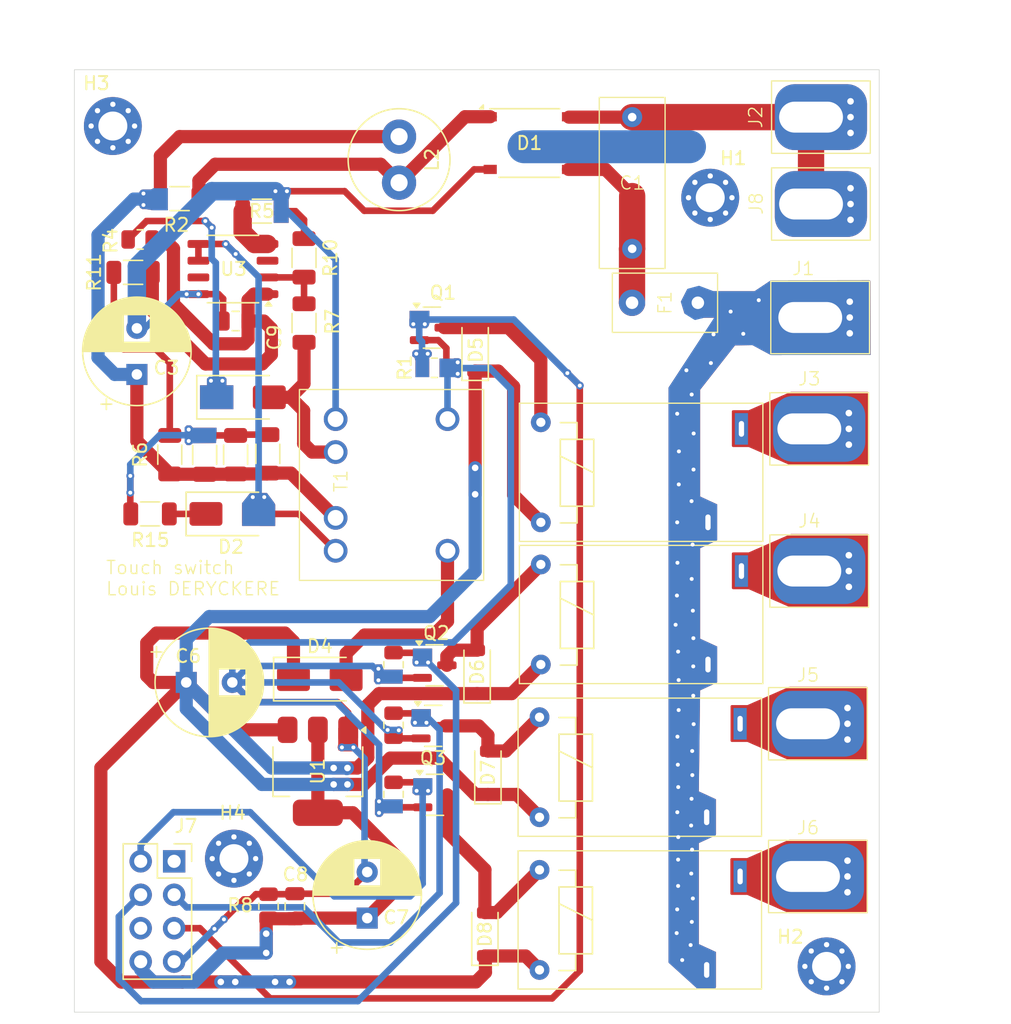
<source format=kicad_pcb>
(kicad_pcb (version 20240108) (generator "pcbnew") (generator_version "8.0")
  (layers (0 "F.Cu" signal) (31 "B.Cu" signal) (34 "B.Paste" user) (35 "F.Paste" user) (36 "B.SilkS" user "B.Silkscreen") (37 "F.SilkS" user "F.Silkscreen") (38 "B.Mask" user) (39 "F.Mask" user) (44 "Edge.Cuts" user))
  (net 0 "")
  (net 1 "GND")
  (net 2 "N")
  (net 3 "Net-(C1-Pad1)")
  (net 4 "VCC_IC")
  (net 5 "Net-(D1-+)")
  (net 6 "Net-(D2-K)")
  (net 7 "C")
  (net 8 "Net-(D3-K)")
  (net 9 "Vaux")
  (net 10 "Net-(D4-A)")
  (net 11 "+5VDC")
  (net 12 "Net-(D5-A)")
  (net 13 "Net-(D6-A)")
  (net 14 "Net-(D7-A)")
  (net 15 "Net-(D8-A)")
  (net 16 "L")
  (net 18 "CT1")
  (net 19 "CT3")
  (net 20 "+3.3V")
  (net 21 "CT4")
  (net 23 "CT2")
  (net 24 "GND2")
  (net 25 "Net-(J3-Pin_1)")
  (net 26 "Net-(J4-Pin_1)")
  (net 27 "Net-(J5-Pin_1)")
  (net 28 "Net-(J6-Pin_1)")
  (net 29 "+310VDC")
  (net 30 "Net-(C4-Pad2)")
  (net 31 "Net-(R11-Pad1)")
  (net 32 "Net-(U3-CS)")
  (net 33 "Net-(U3-FB)")
  (footprint "Resistor_SMD:R_0805_2012Metric" (layer "F.Cu") (at 106.25 46.902651 180)
    (property "Reference" "R4")
    (property "Value" "100")
  )
  (footprint "Diode_SMD:D_SOD-123" (layer "F.Cu") (at 132.67 87.41 90)
    (property "Reference" "D7")
    (property "Value" "D")
  )
  (footprint "Capacitor_SMD:C_0805_2012Metric" (layer "F.Cu") (at 118 97.55 -90)
    (property "Reference" "C8")
    (property "Value" "0,1u/10V")
  )
  (footprint "Resistor_SMD:R_1206_3216Metric" (layer "F.Cu") (at 107 67.75)
    (property "Reference" "R15")
    (property "Value" "100")
  )
  (footprint "Touch_Switch_Custom:AC_pad" (layer "F.Cu") (at 157.22 37.61 90)
    (property "Reference" "J2")
    (property "Value" "Conn_01x01_Pin")
  )
  (footprint "Resistor_SMD:R_0805_2012Metric" (layer "F.Cu") (at 125.5 83.8 90)
    (property "Reference" "R13" (hide yes))
    (property "Value" "10k")
  )
  (footprint "MountingHole:MountingHole_2.2mm_M2_Pad_Via" (layer "F.Cu") (at 149.56 43.73)
    (property "Reference" "H1")
    (property "Value" "MountingHole")
  )
  (footprint "Diode_SMD:D_SOD-123" (layer "F.Cu") (at 131.7 55.25 90)
    (property "Reference" "D5")
    (property "Value" "D")
  )
  (footprint "Resistor_SMD:R_0805_2012Metric" (layer "F.Cu") (at 125.5 89.05 90)
    (property "Reference" "R14" (hide yes))
    (property "Value" "10k")
  )
  (footprint "Capacitor_THT:CP_Radial_D8.0mm_P3.50mm" (layer "F.Cu") (at 106 57.152651 90)
    (property "Reference" "C3")
    (property "Value" "2,2u/400V")
  )
  (footprint "Package_SO:SOP-8_3.9x4.9mm_P1.27mm" (layer "F.Cu") (at 113.3 49.15 180)
    (property "Reference" "U3")
    (property "Value" "~")
  )
  (footprint "Touch_Switch_Custom:relay" (layer "F.Cu") (at 136.69 79.19)
    (property "Reference" "K2" (hide yes))
    (property "Value" "Relay_SPST-NO" (hide yes))
  )
  (footprint "Touch_Switch_Custom:MKP-X2-100NR10" (layer "F.Cu") (at 143.63 47.61 90)
    (property "Reference" "C1")
    (property "Value" "0,1u/400V")
  )
  (footprint "Diode_SMD:D_SMA" (layer "F.Cu") (at 113.25 67.75)
    (property "Reference" "D2")
    (property "Value" "D")
  )
  (footprint "Resistor_SMD:R_1206_3216Metric" (layer "F.Cu") (at 115.95 63.1875 90)
    (property "Reference" "R9" (hide yes))
    (property "Value" "430k")
  )
  (footprint "Touch_Switch_Custom:Fuse" (layer "F.Cu") (at 146.12 51.71 180)
    (property "Reference" "F1")
    (property "Value" "68")
  )
  (footprint "Diode_SMD:D_SMA" (layer "F.Cu") (at 114.06 58.89)
    (property "Reference" "D3" (hide yes))
    (property "Value" "D")
  )
  (footprint "Diode_SMD:D_SOD-123" (layer "F.Cu") (at 132.44 99.68 90)
    (property "Reference" "D8")
    (property "Value" "D")
  )
  (footprint "Package_TO_SOT_SMD:SOT-23" (layer "F.Cu") (at 128.5125 83.85)
    (property "Reference" "Q3")
    (property "Value" "MMBT3904")
  )
  (footprint "Connector_PinSocket_2.54mm:PinSocket_2x04_P2.54mm_Vertical" (layer "F.Cu") (at 108.829395 94.14005)
    (property "Reference" "J7")
    (property "Value" "Conn_02x04_Counter_Clockwise")
  )
  (footprint "Resistor_SMD:R_1206_3216Metric" (layer "F.Cu") (at 113.5 63.25 90)
    (property "Reference" "R3" (hide yes))
    (property "Value" "430k")
  )
  (footprint "Resistor_SMD:R_0805_2012Metric" (layer "F.Cu") (at 125.5 79.2 90)
    (property "Reference" "R12" (hide yes))
    (property "Value" "10k")
  )
  (footprint "Touch_Switch_Custom:relay" (layer "F.Cu") (at 136.59 90.79)
    (property "Reference" "K3" (hide yes))
    (property "Value" "Relay_SPST-NO" (hide yes))
  )
  (footprint "Inductor_THT:L_Radial_D7.5mm_P3.50mm_Fastron_07P" (layer "F.Cu") (at 125.92 42.59 90)
    (property "Reference" "L2")
    (property "Value" "3m")
  )
  (footprint "Touch_Switch_Custom:AC_pad" (layer "F.Cu") (at 157.22 44.21 90)
    (property "Reference" "J8")
    (property "Value" "Conn_01x01_Pin")
  )
  (footprint "Package_TO_SOT_SMD:SOT-23" (layer "F.Cu") (at 128.6125 79.25)
    (property "Reference" "Q2")
    (property "Value" "MMBT3904")
  )
  (footprint "Resistor_SMD:R_1206_3216Metric" (layer "F.Cu") (at 118.7 53.25 90)
    (property "Reference" "R7")
    (property "Value" "24k")
  )
  (footprint "MountingHole:MountingHole_2.2mm_M2_Pad_Via" (layer "F.Cu") (at 104.175 38.285)
    (property "Reference" "H3")
    (property "Value" "MountingHole")
  )
  (footprint "Package_TO_SOT_SMD:SOT-23" (layer "F.Cu") (at 128.65 89.0875)
    (property "Reference" "Q4" (hide yes))
    (property "Value" "MMBT3904")
  )
  (footprint "Touch_Switch_Custom:AC_pad" (layer "F.Cu") (at 156.99 83.69 90)
    (property "Reference" "J5")
    (property "Value" "Conn_01x01_Pin")
  )
  (footprint "Resistor_SMD:R_1206_3216Metric" (layer "F.Cu") (at 105.7125 49.402651)
    (property "Reference" "R11")
    (property "Value" "2M")
  )
  (footprint "Package_TO_SOT_SMD:SOT-223-3_TabPin2" (layer "F.Cu") (at 119.75 87.3 -90)
    (property "Reference" "U1")
    (property "Value" "SCJT1117B-3.3-A")
  )
  (footprint "Resistor_SMD:R_1206_3216Metric" (layer "F.Cu") (at 108.5 63.25 90)
    (property "Reference" "R6")
    (property "Value" "2M")
  )
  (footprint "Resistor_SMD:R_0805_2012Metric" (layer "F.Cu") (at 128.6 56.65 180)
    (property "Reference" "R1")
    (property "Value" "10k")
  )
  (footprint "Package_TO_SOT_SMD:SOT-23" (layer "F.Cu") (at 128.4125 53.6)
    (property "Reference" "Q1")
    (property "Value" "MMBT3904")
  )
  (footprint "Capacitor_THT:CP_Radial_D8.0mm_P3.50mm" (layer "F.Cu") (at 123.5 98.452651 90)
    (property "Reference" "C7")
    (property "Value" "330u/10V")
  )
  (footprint "Resistor_SMD:R_1206_3216Metric" (layer "F.Cu") (at 118.7 48.3 -90)
    (property "Reference" "R10")
    (property "Value" "3,9k")
  )
  (footprint "Touch_Switch_Custom:relay" (layer "F.Cu") (at 136.69 68.39)
    (property "Reference" "K1" (hide yes))
    (property "Value" "Relay_SPST-NO" (hide yes))
  )
  (footprint "Touch_Switch_Custom:AC_pad" (layer "F.Cu") (at 157.09 61.29 90)
    (property "Reference" "J3")
    (property "Value" "Conn_01x01_Pin")
  )
  (footprint "Resistor_SMD:R_1206_3216Metric" (layer "F.Cu") (at 115.5 44.75 180)
    (property "Reference" "R5")
    (property "Value" "1,5")
  )
  (footprint "Resistor_SMD:R_0805_2012Metric" (layer "F.Cu") (at 116 97.55 -90)
    (property "Reference" "R8")
    (property "Value" "1k")
  )
  (footprint "MountingHole:MountingHole_2.2mm_M2_Pad_Via" (layer "F.Cu") (at 158.4 102.12)
    (property "Reference" "H2")
    (property "Value" "MountingHole")
  )
  (footprint "Capacitor_SMD:C_1206_3216Metric" (layer "F.Cu") (at 111.15 63.2625 90)
    (property "Reference" "C4" (hide yes))
    (property "Value" "100p/400V")
  )
  (footprint "Resistor_SMD:R_1206_3216Metric" (layer "F.Cu") (at 109.25 43.8 180)
    (property "Reference" "R2")
    (property "Value" "5,6k")
  )
  (footprint "MountingHole:MountingHole_2.2mm_M2_Pad_Via" (layer "F.Cu") (at 113.375 93.935)
    (property "Reference" "H4")
    (property "Value" "MountingHole")
  )
  (footprint "Touch_Switch_Custom:relay" (layer "F.Cu") (at 136.59 102.39)
    (property "Reference" "K4" (hide yes))
    (property "Value" "Relay_SPST-NO" (hide yes))
  )
  (footprint "Diode_SMD:D_SMA" (layer "F.Cu") (at 119.897349 80.3)
    (property "Reference" "D4")
    (property "Value" "D")
  )
  (footprint "Touch_Switch_Custom:AC_pad" (layer "F.Cu") (at 157.16 52.83 90)
    (property "Reference" "J1")
    (property "Value" "Conn_01x01_Pin")
  )
  (footprint "Touch_Switch_Custom:AC_pad" (layer "F.Cu") (at 156.99 95.29 90)
    (property "Reference" "J6")
    (property "Value" "Conn_01x01_Pin")
  )
  (footprint "Touch_Switch_Custom:Transformer_V2_1" (layer "F.Cu") (at 129.6 70.55 90)
    (property "Reference" "T1")
    (property "Value" "Transformer_1P_2S")
  )
  (footprint "Diode_SMD:D_SOD-123" (layer "F.Cu") (at 131.85 79.75 90)
    (property "Reference" "D6")
    (property "Value" "D")
  )
  (footprint "Diode_SMD:Diode_Bridge_Diotec_ABS" (layer "F.Cu") (at 135.82 39.58)
    (property "Reference" "D1")
    (property "Value" "D_Bridge_+-AA")
  )
  (footprint "Touch_Switch_Custom:AC_pad" (layer "F.Cu") (at 157.09 72.09 90)
    (property "Reference" "J4")
    (property "Value" "Conn_01x01_Pin")
  )
  (footprint "Capacitor_SMD:C_0805_2012Metric" (layer "F.Cu") (at 113.5 53.1 180)
    (property "Reference" "C9")
    (property "Value" "4,7u/25V")
  )
  (footprint "Capacitor_THT:CP_Radial_D8.0mm_P3.50mm" (layer "F.Cu") (at 109.75 80.55)
    (property "Reference" "C6")
    (property "Value" "470u/10V")
  )
  (gr_poly (pts (xy 126.975 77.985) (xy 128.425 77.985) (xy 128.425 79.135) (xy 128.35 79.26) (xy 128.25 79.335) (xy 127.125 79.335) (xy 127 79.235) (xy 126.95 79.11) (xy 126.95 78.785) (xy 126.975 78.66)) (stroke (width 0.01)) (fill solid) (layer "F.Cu") (net 23))
  (gr_poly (pts (xy 128.45 87.835) (xy 128.45 88.86) (xy 128.325 89.06) (xy 128.175 89.11) (xy 127.15 89.11) (xy 126.95 88.96) (xy 126.95 88.56) (xy 127 88.435) (xy 127 87.835)) (stroke (width 0.01)) (fill solid) (layer "F.Cu") (net 21))
  (gr_poly (pts (xy 122.8 84.01) (xy 122.8 85.51) (xy 122.65 85.735) (xy 122.55 85.785) (xy 121.5 85.785) (xy 121.325 85.71) (xy 121.25 85.485) (xy 121.3 85.26) (xy 121.3 84.01)) (stroke (width 0.01)) (fill solid) (layer "F.Cu") (net 24))
  (gr_poly (pts (xy 151.19 93.99) (xy 152.39 93.99) (xy 155.59 92.59) (xy 161.39 92.59) (xy 161.39 97.99) (xy 155.59 97.99) (xy 152.39 96.59) (xy 151.19 96.59)) (stroke (width 0.2)) (fill solid) (layer "F.Cu") (net 28))
  (gr_poly (pts (xy 108.35 44.685) (xy 107.275 44.685) (xy 106.6 44.585) (xy 106.4 44.585) (xy 106.25 44.485) (xy 106.2 44.36) (xy 106.2 43.285) (xy 106.3 43.16) (xy 106.425 43.11) (xy 107.075 43.11) (xy 107.275 43.01) (xy 108.35 43.01)) (stroke (width 0.01)) (fill solid) (layer "F.Cu") (net 29))
  (gr_poly (pts (xy 146.494707 58.186441) (xy 150.06 52.75) (xy 149.08 52.75) (xy 148.39 52.86) (xy 147.68 52.45) (xy 147.44 51.63) (xy 147.89 50.76) (xy 148.7 50.54) (xy 149.74 50.93) (xy 151.374707 50.929953) (xy 152.964707 50.929953) (xy 154.194707 50.109953) (xy 161.634707 50.099953) (xy 161.644707 55.569953) (xy 154.184707 55.579953) (xy 152.794707 54.829953) (xy 151.394707 54.849953) (xy 148.694707 58.289953) (xy 148.694707 66.489953) (xy 146.494707 66.289953)) (stroke (width 0.2)) (fill solid) (layer "F.Cu") (net 16))
  (gr_poly (pts (xy 128.225 52.335) (xy 128.225 53.26) (xy 128.15 53.485) (xy 128 53.635) (xy 126.875 53.635) (xy 126.725 53.485) (xy 126.7 53.36) (xy 126.7 52.985) (xy 126.725 52.885) (xy 126.725 52.335)) (stroke (width 0.01)) (fill solid) (layer "F.Cu") (net 18))
  (gr_poly (pts (xy 129 57.36) (xy 130.175 57.36) (xy 130.325 57.41) (xy 130.5 57.41) (xy 130.675 57.26) (xy 130.675 56.06) (xy 130.475 55.935) (xy 130.1 55.935) (xy 130.05 55.96) (xy 129 55.96)) (stroke (width 0.01)) (fill solid) (layer "F.Cu") (net 24))
  (gr_poly (pts (xy 113.325 59.785) (xy 113.325 57.985) (xy 112.8 57.985) (xy 112.8 57.485) (xy 112.675 57.36) (xy 112.575 57.335) (xy 111.5 57.335) (xy 111.35 57.46) (xy 111.325 57.585) (xy 111.325 57.985) (xy 110.8 57.985) (xy 110.8 59.785)) (stroke (width 0.01)) (fill solid) (layer "F.Cu") (net 8))
  (gr_poly (pts (xy 149.894707 92.089953) (xy 149.894707 89.489953) (xy 148.594707 88.889953) (xy 148.594707 92.689953)) (stroke (width 0.2)) (fill solid) (layer "F.Cu") (net 16))
  (gr_poly (pts (xy 124.025 79.41) (xy 124.175 79.185) (xy 124.6 79.185) (xy 124.75 79.585) (xy 126.2 79.585) (xy 126.175 80.635) (xy 124.55 80.635) (xy 124.425 80.685) (xy 124.175 80.685) (xy 124.05 80.51) (xy 124.025 80.485)) (stroke (width 0.01)) (fill solid) (layer "F.Cu") (net 24))
  (gr_poly (pts (xy 151.304426 70.771311) (xy 152.504426 70.771311) (xy 155.704426 69.371311) (xy 161.504426 69.371311) (xy 161.504426 74.771311) (xy 155.704426 74.771311) (xy 152.504426 73.371311) (xy 151.304426 73.371311)) (stroke (width 0.2)) (fill solid) (layer "F.Cu") (net 26))
  (gr_poly (pts (xy 128.325 83.485) (xy 128.3 83.71) (xy 128.2 83.86) (xy 128.075 83.91) (xy 126.975 83.91) (xy 126.85 83.76) (xy 126.8 83.56) (xy 126.875 83.235) (xy 126.875 82.585) (xy 128.325 82.585)) (stroke (width 0.01)) (fill solid) (layer "F.Cu") (net 19))
  (gr_poly (pts (xy 112.045 61.2134) (xy 112.0196 62.3564) (xy 110.2416 62.3818) (xy 110.0638 62.5088) (xy 109.7844 62.5088) (xy 109.632 62.3056) (xy 109.632 61.188) (xy 109.7844 61.0356) (xy 110.0892 61.0356) (xy 110.267 61.2134)) (stroke (width 0.01)) (fill solid) (layer "F.Cu") (net 30))
  (gr_poly (pts (xy 149.994707 80.489953) (xy 149.994707 77.889953) (xy 148.694707 77.289953) (xy 148.694707 81.089953)) (stroke (width 0.2)) (fill solid) (layer "F.Cu") (net 16))
  (gr_poly (pts (xy 116.5 68.66) (xy 116.5 68.385) (xy 116.5 67.035) (xy 116.45 66.935) (xy 115.8804 66.1664) (xy 114.6104 66.1664) (xy 114.0008 66.9284) (xy 114.0008 68.6556)) (stroke (width 0.01)) (fill solid) (layer "F.Cu") (net 7))
  (gr_poly (pts (xy 149.894707 103.689953) (xy 149.894707 101.089953) (xy 148.594707 100.489953) (xy 148.594707 103.689953)) (stroke (width 0.2)) (fill solid) (layer "F.Cu") (net 16))
  (gr_poly (pts (xy 124.125 89.41) (xy 124.25 89.285) (xy 124.6 89.285) (xy 124.7 89.435) (xy 126.2 89.435) (xy 126.2 90.485) (xy 124.75 90.485) (xy 124.675 90.635) (xy 124.525 90.76) (xy 124.25 90.76) (xy 124.1 90.585) (xy 124.1 89.485)) (stroke (width 0.01)) (fill solid) (layer "F.Cu") (net 24))
  (gr_poly (pts (xy 128.2 57.36) (xy 128.2 55.885) (xy 128.375 55.76) (xy 128.4 55.66) (xy 128.4 55.485) (xy 128.275 55.31) (xy 128.2 55.285) (xy 127.125 55.285) (xy 126.975 55.385) (xy 126.925 55.535) (xy 126.925 55.76) (xy 127.1 55.885) (xy 127.175 56.135) (xy 127.175 57.36)) (stroke (width 0.01)) (fill solid) (layer "F.Cu") (net 18))
  (gr_poly (pts (xy 151.304426 59.971311) (xy 152.504426 59.971311) (xy 155.704426 58.571311) (xy 161.504426 58.571311) (xy 161.504426 63.971311) (xy 155.704426 63.971311) (xy 152.504426 62.571311) (xy 151.304426 62.571311)) (stroke (width 0.2)) (fill solid) (layer "F.Cu") (net 25))
  (gr_poly (pts (xy 116.4 45.635) (xy 117.525 45.635) (xy 117.525 43.86) (xy 117.7 43.36) (xy 117.7 43.085) (xy 117.55 42.935) (xy 116.4 42.935) (xy 116.225 43.135) (xy 116.225 43.41) (xy 116.4 43.56)) (stroke (width 0.01)) (fill solid) (layer "F.Cu") (net 1))
  (gr_poly (pts (xy 148.594707 88.889953) (xy 148.694707 81.089953) (xy 148.694707 66.489953) (xy 146.494707 66.289953) (xy 146.494707 101.789953) (xy 148.594707 103.689953)) (stroke (width 0.2)) (fill solid) (layer "F.Cu") (net 16))
  (gr_poly (pts (xy 151.204426 82.371311) (xy 152.404426 82.371311) (xy 155.604426 80.971311) (xy 161.404426 80.971311) (xy 161.404426 86.371311) (xy 155.604426 86.371311) (xy 152.404426 84.971311) (xy 151.204426 84.971311)) (stroke (width 0.2)) (fill solid) (layer "F.Cu") (net 27))
  (gr_poly (pts (xy 149.994707 69.689953) (xy 149.994707 67.089953) (xy 148.694707 66.489953) (xy 148.694707 70.289953)) (stroke (width 0.2)) (fill solid) (layer "F.Cu") (net 16))
  (gr_poly (pts (xy 128.2 57.36) (xy 128.2 55.885) (xy 128.375 55.76) (xy 128.4 55.66) (xy 128.4 55.485) (xy 128.275 55.31) (xy 128.2 55.285) (xy 127.125 55.285) (xy 126.975 55.385) (xy 126.925 55.535) (xy 126.925 55.76) (xy 127.1 55.885) (xy 127.175 56.135) (xy 127.175 57.36)) (stroke (width 0.01)) (fill solid) (layer "B.Cu") (net 18))
  (gr_poly (pts (xy 128.45 87.835) (xy 128.45 88.86) (xy 128.325 89.06) (xy 128.175 89.11) (xy 127.15 89.11) (xy 126.95 88.96) (xy 126.95 88.56) (xy 127 88.435) (xy 127 87.835)) (stroke (width 0.01)) (fill solid) (layer "B.Cu") (net 21))
  (gr_poly (pts (xy 116.4 45.635) (xy 117.525 45.635) (xy 117.525 43.86) (xy 117.7 43.36) (xy 117.7 43.085) (xy 117.55 42.935) (xy 116.4 42.935) (xy 116.225 43.135) (xy 116.225 43.41) (xy 116.4 43.56)) (stroke (width 0.01)) (fill solid) (layer "B.Cu") (net 1))
  (gr_poly (pts (xy 124.125 89.41) (xy 124.25 89.285) (xy 124.6 89.285) (xy 124.7 89.435) (xy 126.2 89.435) (xy 126.2 90.485) (xy 124.75 90.485) (xy 124.675 90.635) (xy 124.525 90.76) (xy 124.25 90.76) (xy 124.1 90.585) (xy 124.1 89.485)) (stroke (width 0.01)) (fill solid) (layer "B.Cu") (net 24))
  (gr_poly (pts (xy 113.325 59.785) (xy 113.325 57.985) (xy 112.8 57.985) (xy 112.8 57.485) (xy 112.675 57.36) (xy 112.575 57.335) (xy 111.5 57.335) (xy 111.35 57.46) (xy 111.325 57.585) (xy 111.325 57.985) (xy 110.8 57.985) (xy 110.8 59.785)) (stroke (width 0.01)) (fill solid) (layer "B.Cu") (net 8))
  (gr_poly (pts (xy 124.025 79.41) (xy 124.175 79.185) (xy 124.6 79.185) (xy 124.75 79.585) (xy 126.2 79.585) (xy 126.175 80.635) (xy 124.55 80.635) (xy 124.425 80.685) (xy 124.175 80.685) (xy 124.05 80.51) (xy 124.025 80.485)) (stroke (width 0.01)) (fill solid) (layer "B.Cu") (net 24))
  (gr_poly (pts (xy 149.99 80.49) (xy 149.99 77.89) (xy 148.69 77.29) (xy 148.69 81.09)) (stroke (width 0.2)) (fill solid) (layer "B.Cu") (net 16))
  (gr_line (start 135.41245 39.86) (end 147.987549 39.86) (stroke (width 2.5)) (layer "B.Cu"))
  (gr_poly (pts (xy 149.89 103.69) (xy 149.89 101.09) (xy 148.59 100.49) (xy 148.59 103.69)) (stroke (width 0.2)) (fill solid) (layer "B.Cu") (net 16))
  (gr_poly (pts (xy 146.49 58.186488) (xy 150.05 52.74) (xy 149.08 52.75) (xy 148.41 52.92) (xy 147.69 52.47) (xy 147.43 51.64) (xy 147.89 50.74) (xy 148.7 50.52) (xy 149.79 50.93) (xy 151.37 50.93) (xy 152.96 50.93) (xy 154.19 50.11) (xy 161.63 50.1) (xy 161.64 55.57) (xy 154.18 55.58) (xy 152.79 54.83) (xy 151.39 54.85) (xy 148.69 58.29) (xy 148.69 66.49) (xy 146.49 66.29)) (stroke (width 0.2)) (fill solid) (layer "B.Cu") (net 16))
  (gr_poly (pts (xy 129 57.36) (xy 130.175 57.36) (xy 130.325 57.41) (xy 130.5 57.41) (xy 130.675 57.26) (xy 130.675 56.06) (xy 130.475 55.935) (xy 130.1 55.935) (xy 130.05 55.96) (xy 129 55.96)) (stroke (width 0.01)) (fill solid) (layer "B.Cu") (net 24))
  (gr_poly (pts (xy 108.35 44.685) (xy 107.275 44.685) (xy 106.6 44.585) (xy 106.4 44.585) (xy 106.25 44.485) (xy 106.2 44.36) (xy 106.2 43.285) (xy 106.3 43.16) (xy 106.425 43.11) (xy 107.075 43.11) (xy 107.275 43.01) (xy 108.35 43.01)) (stroke (width 0.01)) (fill solid) (layer "B.Cu") (net 29))
  (gr_poly (pts (xy 116.4 68.66) (xy 116.5 68.66) (xy 116.5 67.035) (xy 116.4138 66.8776) (xy 115.8804 66.1664) (xy 114.6104 66.1664) (xy 114.0008 66.9284) (xy 114.0008 68.6556)) (stroke (width 0.01)) (fill solid) (layer "B.Cu") (net 7))
  (gr_poly (pts (xy 149.99 69.69) (xy 149.99 67.09) (xy 148.69 66.49) (xy 148.69 70.29)) (stroke (width 0.2)) (fill solid) (layer "B.Cu") (net 16))
  (gr_poly (pts (xy 149.89 92.09) (xy 149.89 89.49) (xy 148.59 88.89) (xy 148.59 92.69)) (stroke (width 0.2)) (fill solid) (layer "B.Cu") (net 16))
  (gr_poly (pts (xy 128.325 83.485) (xy 128.3 83.71) (xy 128.2 83.86) (xy 128.075 83.91) (xy 126.975 83.91) (xy 126.85 83.76) (xy 126.8 83.56) (xy 126.875 83.235) (xy 126.875 82.585) (xy 128.325 82.585)) (stroke (width 0.01)) (fill solid) (layer "B.Cu") (net 19))
  (gr_poly (pts (xy 148.59 88.89) (xy 148.69 81.09) (xy 148.69 66.49) (xy 146.49 66.29) (xy 146.49 101.79) (xy 148.59 103.69)) (stroke (width 0.2)) (fill solid) (layer "B.Cu") (net 16))
  (gr_poly (pts (xy 128.225 52.335) (xy 128.225 53.26) (xy 128.15 53.485) (xy 128 53.635) (xy 126.875 53.635) (xy 126.725 53.485) (xy 126.7 53.36) (xy 126.7 52.985) (xy 126.725 52.885) (xy 126.725 52.335)) (stroke (width 0.01)) (fill solid) (layer "B.Cu") (net 18))
  (gr_poly (pts (xy 126.975 77.985) (xy 128.425 77.985) (xy 128.425 79.135) (xy 128.35 79.26) (xy 128.25 79.335) (xy 127.125 79.335) (xy 127 79.235) (xy 126.95 79.11) (xy 126.95 78.785) (xy 126.975 78.66)) (stroke (width 0.01)) (fill solid) (layer "B.Cu") (net 23))
  (gr_poly (pts (xy 112.045 61.2134) (xy 112.0196 62.3564) (xy 110.2416 62.3818) (xy 110.0638 62.5088) (xy 109.7844 62.5088) (xy 109.632 62.3056) (xy 109.632 61.188) (xy 109.7844 61.0356) (xy 110.0892 61.0356) (xy 110.267 61.2134)) (stroke (width 0.01)) (fill solid) (layer "B.Cu") (net 30))
  (gr_rect (start 101.25 34.01) (end 162.4 105.6) (stroke (width 0.05)) (fill none) (layer "Edge.Cuts"))
  (gr_text "Touch switch\nLouis DERYCKERE" (at 103.59 74.02 0) (layer "F.SilkS") (effects (font (size 1 1) (thickness 0.1)) (justify left bottom)))
  (segment (start 110.675 51.055) (end 112.205 51.055) (width 0.5) (layer "F.Cu") (net 1))
  (segment (start 131.62 41.58) (end 128.48 44.72) (width 0.5) (layer "F.Cu") (net 1))
  (segment (start 132.845 41.58) (end 131.62 41.58) (width 0.5) (layer "F.Cu") (net 1))
  (segment (start 123.27 44.72) (end 121.785 43.235) (width 0.5) (layer "F.Cu") (net 1))
  (segment (start 118.05 44.75) (end 116.9625 44.75) (width 0.5) (layer "F.Cu") (net 1))
  (segment (start 109.78 51.055) (end 110.675 51.055) (width 0.5) (layer "F.Cu") (net 1))
  (segment (start 112.205 51.055) (end 112.55 51.4) (width 0.5) (layer "F.Cu") (net 1))
  (segment (start 118.7 45.4) (end 118.05 44.75) (width 0.5) (layer "F.Cu") (net 1))
  (segment (start 118.7 46.8375) (end 118.7 45.4) (width 0.5) (layer "F.Cu") (net 1))
  (segment (start 128.48 44.72) (end 123.27 44.72) (width 0.5) (layer "F.Cu") (net 1))
  (segment (start 112.55 51.4) (end 112.55 53.1) (width 0.5) (layer "F.Cu") (net 1))
  (segment (start 121.785 43.235) (end 117.4 43.235) (width 0.5) (layer "F.Cu") (net 1))
  (via (at 117.4 43.235) (size 0.6) (drill 0.3) (layers "F.Cu" "B.Cu") (net 1))
  (via (at 109.78 51.055) (size 0.6) (drill 0.3) (layers "F.Cu" "B.Cu") (net 1))
  (via (at 110.675 51.055) (size 0.6) (drill 0.3) (layers "F.Cu" "B.Cu") (net 1))
  (via (at 116.5275 43.235) (size 0.6) (drill 0.3) (layers "F.Cu" "B.Cu") (net 1))
  (segment (start 111.7 43.235) (end 116.5275 43.235) (width 1.4) (layer "B.Cu") (net 1))
  (segment (start 109.75 51.055) (end 109.78 51.055) (width 0.5) (layer "B.Cu") (net 1))
  (segment (start 109.75 51.055) (end 109.195 51.055) (width 0.5) (layer "B.Cu") (net 1))
  (segment (start 121.1 60.55) (end 121.1 48.4225) (width 0.5) (layer "B.Cu") (net 1))
  (segment (start 110.675 51.055) (end 109.75 51.055) (width 0.5) (layer "B.Cu") (net 1))
  (segment (start 106 48.935) (end 111.7 43.235) (width 1.4) (layer "B.Cu") (net 1))
  (segment (start 106 53.652651) (end 106 48.935) (width 1.4) (layer "B.Cu") (net 1))
  (segment (start 106.597349 53.652651) (end 106 53.652651) (width 0.5) (layer "B.Cu") (net 1))
  (segment (start 109.195 51.055) (end 106.597349 53.652651) (width 0.5) (layer "B.Cu") (net 1))
  (segment (start 121.1 48.4225) (end 116.9625 44.285) (width 0.5) (layer "B.Cu") (net 1))
  (segment (start 157.22 37.61) (end 143.63 37.61) (width 2) (layer "F.Cu") (net 2))
  (segment (start 143.63 37.61) (end 138.825 37.61) (width 1) (layer "F.Cu") (net 2))
  (segment (start 157.22 44.21) (end 157.22 37.61) (width 2) (layer "F.Cu") (net 2))
  (segment (start 143.63 43.61) (end 141.6 41.58) (width 1) (layer "F.Cu") (net 3))
  (segment (start 143.63 47.61) (end 143.63 43.61) (width 2) (layer "F.Cu") (net 3))
  (segment (start 143.62 47.62) (end 143.63 47.61) (width 2) (layer "F.Cu") (net 3))
  (segment (start 141.6 41.58) (end 138.795 41.58) (width 1) (layer "F.Cu") (net 3))
  (segment (start 143.62 51.71) (end 143.62 47.62) (width 2) (layer "F.Cu") (net 3))
  (segment (start 107.175 52.315) (end 111.22 56.36) (width 1) (layer "F.Cu") (net 4))
  (segment (start 116.22 55.65) (end 116.22 53.68) (width 1) (layer "F.Cu") (net 4))
  (segment (start 115.64 53.1) (end 114.45 53.1) (width 1) (layer "F.Cu") (net 4))
  (segment (start 115.51 56.36) (end 116.22 55.65) (width 1) (layer "F.Cu") (net 4))
  (segment (start 107.175 46.915151) (end 107.1625 46.902651) (width 1) (layer "F.Cu") (net 4))
  (segment (start 107.175 49.402651) (end 107.175 52.315) (width 1) (layer "F.Cu") (net 4))
  (segment (start 108.092651 46.902651) (end 108.78 47.59) (width 1) (layer "F.Cu") (net 4))
  (segment (start 114.45 51.5) (end 114.895 51.055) (width 1) (layer "F.Cu") (net 4))
  (segment (start 108.78 47.59) (end 108.78 51.8) (width 1) (layer "F.Cu") (net 4))
  (segment (start 107.1625 46.902651) (end 108.092651 46.902651) (width 1) (layer "F.Cu") (net 4))
  (segment (start 114.45 53.1) (end 114.45 51.5) (width 1) (layer "F.Cu") (net 4))
  (segment (start 108.78 51.8) (end 111.81 54.83) (width 1) (layer "F.Cu") (net 4))
  (segment (start 114.45 54.5) (end 114.45 53.1) (width 1) (layer "F.Cu") (net 4))
  (segment (start 114.12 54.83) (end 114.45 54.5) (width 1) (layer "F.Cu") (net 4))
  (segment (start 111.22 56.36) (end 115.51 56.36) (width 1) (layer "F.Cu") (net 4))
  (segment (start 111.81 54.83) (end 114.12 54.83) (width 1) (layer "F.Cu") (net 4))
  (segment (start 116.22 53.68) (end 115.64 53.1) (width 1) (layer "F.Cu") (net 4))
  (segment (start 114.895 51.055) (end 115.925 51.055) (width 1) (layer "F.Cu") (net 4))
  (segment (start 110.75 43.7625) (end 110.7125 43.8) (width 1) (layer "F.Cu") (net 5))
  (segment (start 125.92 42.59) (end 124.52 41.19) (width 1) (layer "F.Cu") (net 5))
  (segment (start 110.7125 42.4275) (end 110.7125 43.8) (width 1) (layer "F.Cu") (net 5))
  (segment (start 132.845 37.58) (end 130.93 37.58) (width 1) (layer "F.Cu") (net 5))
  (segment (start 124.52 41.19) (end 111.95 41.19) (width 1) (layer "F.Cu") (net 5))
  (segment (start 111.95 41.19) (end 110.7125 42.4275) (width 1) (layer "F.Cu") (net 5))
  (segment (start 130.93 37.58) (end 125.92 42.59) (width 1) (layer "F.Cu") (net 5))
  (segment (start 111.25 67.75) (end 108.4625 67.75) (width 0.5) (layer "F.Cu") (net 6))
  (segment (start 110.7875 67.2875) (end 111.25 67.75) (width 0.5) (layer "F.Cu") (net 6))
  (segment (start 110.675 47.245) (end 110.675 48.515) (width 0.5) (layer "F.Cu") (net 7))
  (segment (start 112.745 47.245) (end 112.75 47.25) (width 0.5) (layer "F.Cu") (net 7))
  (segment (start 118.3 67.75) (end 121.1 70.55) (width 0.5) (layer "F.Cu") (net 7))
  (segment (start 112.75 47.25) (end 113.505 48.005) (width 0.5) (layer "F.Cu") (net 7))
  (segment (start 115.25 67.75) (end 118.3 67.75) (width 0.5) (layer "F.Cu") (net 7))
  (segment (start 110.675 47.245) (end 112.745 47.245) (width 0.5) (layer "F.Cu") (net 7))
  (via (at 112.75 47.25) (size 0.6) (drill 0.3) (layers "F.Cu" "B.Cu") (net 7))
  (via (at 115.6772 66.4712) (size 0.6) (drill 0.3) (layers "F.Cu" "B.Cu") (net 7))
  (via (at 113.505 48.005) (size 0.6) (drill 0.3) (layers "F.Cu" "B.Cu") (net 7))
  (via (at 114.8047 66.4712) (size 0.6) (drill 0.3) (layers "F.Cu" "B.Cu") (net 7))
  (segment (start 115.25 49.75) (end 115.25 66.535) (width 0.5) (layer "B.Cu") (net 7))
  (segment (start 115.25 49.75) (end 112.75 47.25) (width 0.5) (layer "B.Cu") (net 7))
  (segment (start 111.2 45.5) (end 106.740151 45.5) (width 0.5) (layer "F.Cu") (net 8))
  (segment (start 111.2 45.5) (end 111.2 45.516777) (width 0.5) (layer "F.Cu") (net 8))
  (segment (start 111.206741 45.516741) (end 111.693258 46.003258) (width 0.5) (layer "F.Cu") (net 8))
  (segment (start 106.740151 45.5) (end 105.3375 46.902651) (width 0.5) (layer "F.Cu") (net 8))
  (via (at 111.6275 57.635) (size 0.6) (drill 0.3) (layers "F.Cu" "B.Cu") (net 8))
  (via (at 111.686517 46.003294) (size 0.6) (drill 0.3) (layers "F.Cu" "B.Cu") (net 8))
  (via (at 111.2 45.5) (size 0.6) (drill 0.3) (layers "F.Cu" "B.Cu") (net 8))
  (via (at 112.5 57.635) (size 0.6) (drill 0.3) (layers "F.Cu" "B.Cu") (net 8))
  (segment (start 111.686517 48.371517) (end 112 48.685) (width 0.5) (layer "B.Cu") (net 8))
  (segment (start 111.686517 46.003294) (end 111.686517 48.371517) (width 0.5) (layer "B.Cu") (net 8))
  (segment (start 111.2 45.516777) (end 111.686517 46.003294) (width 0.5) (layer "B.Cu") (net 8))
  (segment (start 112 48.685) (end 112 58.4975) (width 0.5) (layer "B.Cu") (net 8))
  (segment (start 112 58.4975) (end 112.0625 58.56) (width 0.5) (layer "B.Cu") (net 8))
  (segment (start 117.66 58.89) (end 118.67 59.9) (width 1) (layer "F.Cu") (net 9))
  (segment (start 118.67 62.41) (end 119.31 63.05) (width 1) (layer "F.Cu") (net 9))
  (segment (start 117.66 58.89) (end 118.7 57.85) (width 1) (layer "F.Cu") (net 9))
  (segment (start 118.67 59.9) (end 118.67 62.41) (width 1) (layer "F.Cu") (net 9))
  (segment (start 118.7 57.85) (end 118.7 54.7125) (width 1) (layer "F.Cu") (net 9))
  (segment (start 116.06 58.89) (end 117.66 58.89) (width 1) (layer "F.Cu") (net 9))
  (segment (start 119.31 63.05) (end 121.1 63.05) (width 1) (layer "F.Cu") (net 9))
  (segment (start 128.55 76.95) (end 123.3 76.95) (width 1) (layer "F.Cu") (net 10))
  (segment (start 129.6 75.9) (end 128.55 76.95) (width 1) (layer "F.Cu") (net 10))
  (segment (start 123.3 76.95) (end 121.897349 78.352651) (width 1) (layer "F.Cu") (net 10))
  (segment (start 121.897349 78.352651) (end 121.897349 80.3) (width 1) (layer "F.Cu") (net 10))
  (segment (start 129.6 70.55) (end 129.6 75.9) (width 1) (layer "F.Cu") (net 10))
  (segment (start 103.26334 87.03666) (end 109.75 80.55) (width 1) (layer "F.Cu") (net 11))
  (segment (start 120.95 87.05) (end 122.75 87.05) (width 1) (layer "F.Cu") (net 11))
  (segment (start 117.897349 80.3) (end 117.897349 77.447349) (width 1) (layer "F.Cu") (net 11))
  (segment (start 106.75 77.55) (end 106.75 80.05) (width 1) (layer "F.Cu") (net 11))
  (segment (start 125.25 86.3) (end 128.94 86.3) (width 1) (layer "F.Cu") (net 11))
  (segment (start 107.25 80.55) (end 109.75 80.55) (width 1) (layer "F.Cu") (net 11))
  (segment (start 107.5 76.8) (end 106.75 77.55) (width 1) (layer "F.Cu") (net 11))
  (segment (start 131.76 103.3) (end 132.48 102.58) (width 1) (layer "F.Cu") (net 11))
  (segment (start 123.545 86.255) (end 123.545 82.255) (width 1) (layer "F.Cu") (net 11))
  (segment (start 116.5 103.3) (end 131.76 103.3) (width 1) (layer "F.Cu") (net 11))
  (segment (start 134.62 66.32) (end 136.69 68.39) (width 1) (layer "F.Cu") (net 11))
  (segment (start 109.75 80.55) (end 113.35 84.15) (width 1) (layer "F.Cu") (net 11))
  (segment (start 109.481477 103.3) (end 109.471427 103.31005) (width 1) (layer "F.Cu") (net 11))
  (segment (start 104.82505 103.31005) (end 103.26334 101.74834) (width 1) (layer "F.Cu") (net 11))
  (segment (start 113.35 84.15) (end 117.45 84.15) (width 1) (layer "F.Cu") (net 11))
  (segment (start 134.48 81.4) (end 136.69 79.19) (width 1) (layer "F.Cu") (net 11))
  (segment (start 132.44 101.33) (end 132.48 101.33) (width 1) (layer "F.Cu") (net 11))
  (segment (start 132.48 102.58) (end 132.48 101.33) (width 1) (layer "F.Cu") (net 11))
  (segment (start 113.475 103.3) (end 109.481477 103.3) (width 1) (layer "F.Cu") (net 11))
  (segment (start 135.53 101.33) (end 136.59 102.39) (width 1) (layer "F.Cu") (net 11))
  (segment (start 134.86 89.06) (end 136.59 90.79) (width 1) (layer "F.Cu") (net 11))
  (segment (start 133.45 56.9) (end 134.62 58.07) (width 1) (layer "F.Cu") (net 11))
  (segment (start 123.25 88.3) (end 125.25 86.3) (width 1) (layer "F.Cu") (net 11))
  (segment (start 122.75 87.05) (end 123.545 86.255) (width 1) (layer "F.Cu") (net 11))
  (segment (start 103.26334 101.74834) (end 103.26334 87.03666) (width 1) (layer "F.Cu") (net 11))
  (segment (start 117.25 76.8) (end 107.5 76.8) (width 1) (layer "F.Cu") (net 11))
  (segment (start 131.7 56.9) (end 133.45 56.9) (width 1) (layer "F.Cu") (net 11))
  (segment (start 106.75 80.05) (end 107.25 80.55) (width 1) (layer "F.Cu") (net 11))
  (segment (start 134.62 58.07) (end 134.62 66.32) (width 1) (layer "F.Cu") (net 11))
  (segment (start 124.4 81.4) (end 131.85 81.4) (width 1) (layer "F.Cu") (net 11))
  (segment (start 131.7 66.26) (end 131.7 64.25) (width 1) (layer "F.Cu") (net 11))
  (segment (start 120.95 88.3) (end 123.25 88.3) (width 1) (layer "F.Cu") (net 11))
  (segment (start 117.897349 77.447349) (end 117.25 76.8) (width 1) (layer "F.Cu") (net 11))
  (segment (start 131.85 81.4) (end 134.48 81.4) (width 1) (layer "F.Cu") (net 11))
  (segment (start 109.471427 103.31005) (end 104.82505 103.31005) (width 1) (layer "F.Cu") (net 11))
  (segment (start 131.7 64.25) (end 131.7 56.9) (width 1) (layer "F.Cu") (net 11))
  (segment (start 132.67 89.06) (end 134.86 89.06) (width 1) (layer "F.Cu") (net 11))
  (segment (start 131.7 89.06) (end 132.67 89.06) (width 1) (layer "F.Cu") (net 11))
  (segment (start 123.545 82.255) (end 124.4 81.4) (width 1) (layer "F.Cu") (net 11))
  (segment (start 128.94 86.3) (end 131.7 89.06) (width 1) (layer "F.Cu") (net 11))
  (segment (start 132.48 101.33) (end 135.53 101.33) (width 1) (layer "F.Cu") (net 11))
  (via (at 131.7 64.25) (size 1) (drill 0.5) (layers "F.Cu" "B.Cu") (net 11))
  (via (at 122 87.05) (size 1) (drill 0.5) (layers "F.Cu" "B.Cu") (net 11))
  (via (at 112.375 103.3) (size 1) (drill 0.5) (layers "F.Cu" "B.Cu") (net 11))
  (via (at 113.475 103.3) (size 1) (drill 0.5) (layers "F.Cu" "B.Cu") (net 11))
  (via (at 120.95 87.05) (size 1) (drill 0.5) (layers "F.Cu" "B.Cu") (net 11))
  (via (at 116.5 103.3) (size 1) (drill 0.5) (layers "F.Cu" "B.Cu") (net 11))
  (via (at 131.7 66.26) (size 1) (drill 0.5) (layers "F.Cu" "B.Cu") (net 11))
  (via (at 122 88.3) (size 1) (drill 0.5) (layers "F.Cu" "B.Cu") (net 11))
  (via (at 117.6 103.3) (size 1) (drill 0.5) (layers "F.Cu" "B.Cu") (net 11))
  (via (at 120.95 88.3) (size 1) (drill 0.5) (layers "F.Cu" "B.Cu") (net 11))
  (segment (start 120.95 88.3) (end 115.5 88.3) (width 1) (layer "B.Cu") (net 11))
  (segment (start 115.5 88.3) (end 109.75 82.55) (width 1) (layer "B.Cu") (net 11))
  (segment (start 109.75 82.55) (end 109.75 80.55) (width 1) (layer "B.Cu") (net 11))
  (segment (start 113.475 103.3) (end 116.5 103.3) (width 1) (layer "B.Cu") (net 11))
  (segment (start 131.7 72.1) (end 128.25 75.55) (width 1) (layer "B.Cu") (net 11))
  (segment (start 109.75 77.3) (end 109.75 80.55) (width 1) (layer "B.Cu") (net 11))
  (segment (start 116.5 103.3) (end 117.6 103.3) (width 1) (layer "B.Cu") (net 11))
  (segment (start 111.5 75.55) (end 109.75 77.3) (width 1) (layer "B.Cu") (net 11))
  (segment (start 116.25 87.05) (end 109.75 80.55) (width 1) (layer "B.Cu") (net 11))
  (segment (start 131.7 64.25) (end 131.7 72.1) (width 1) (layer "B.Cu") (net 11))
  (segment (start 120.95 87.05) (end 116.25 87.05) (width 1) (layer "B.Cu") (net 11))
  (segment (start 120.95 87.05) (end 121.906498 87.05) (width 1) (layer "B.Cu") (net 11))
  (segment (start 121.906498 87.05) (end 121.953249 87.096751) (width 1) (layer "B.Cu") (net 11))
  (segment (start 112.375 103.3) (end 113.475 103.3) (width 1) (layer "B.Cu") (net 11))
  (segment (start 128.25 75.55) (end 111.5 75.55) (width 1) (layer "B.Cu") (net 11))
  (segment (start 122 88.3) (end 120.95 88.3) (width 1) (layer "B.Cu") (net 11))
  (segment (start 131.7 53.6) (end 134.23 53.6) (width 1) (layer "F.Cu") (net 12))
  (segment (start 136.69 56.06) (end 136.69 60.79) (width 1) (layer "F.Cu") (net 12))
  (segment (start 134.23 53.6) (end 136.69 56.06) (width 1) (layer "F.Cu") (net 12))
  (segment (start 129.35 53.6) (end 131.7 53.6) (width 1) (layer "F.Cu") (net 12))
  (segment (start 131.85 78.1) (end 130 78.1) (width 1) (layer "F.Cu") (net 13))
  (segment (start 129.55 78.55) (end 129.55 79.25) (width 1) (layer "F.Cu") (net 13))
  (segment (start 131.85 76.43) (end 136.69 71.59) (width 1) (layer "F.Cu") (net 13))
  (segment (start 131.85 78.1) (end 131.85 76.43) (width 1) (layer "F.Cu") (net 13))
  (segment (start 130 78.1) (end 129.55 78.55) (width 1) (layer "F.Cu") (net 13))
  (segment (start 132.67 85.76) (end 132.67 84.56) (width 1) (layer "F.Cu") (net 14))
  (segment (start 134.02 85.76) (end 136.59 83.19) (width 1) (layer "F.Cu") (net 14))
  (segment (start 131.96 83.85) (end 129.45 83.85) (width 1) (layer "F.Cu") (net 14))
  (segment (start 132.67 84.56) (end 131.96 83.85) (width 1) (layer "F.Cu") (net 14))
  (segment (start 132.67 85.76) (end 134.02 85.76) (width 1) (layer "F.Cu") (net 14))
  (segment (start 132.44 94.77) (end 129.5875 91.9175) (width 1) (layer "F.Cu") (net 15))
  (segment (start 133.35 98.03) (end 136.59 94.79) (width 1) (layer "F.Cu") (net 15))
  (segment (start 132.44 98.03) (end 132.44 94.77) (width 1) (layer "F.Cu") (net 15))
  (segment (start 129.5875 91.9175) (end 129.5875 89.0875) (width 1) (layer "F.Cu") (net 15))
  (segment (start 132.44 98.03) (end 133.35 98.03) (width 1) (layer "F.Cu") (net 15))
  (via (at 147.06 90.41) (size 0.6) (drill 0.3) (layers "F.Cu" "B.Cu") (net 16))
  (via (at 148.24 75.1) (size 0.6) (drill 0.3) (layers "F.Cu" "B.Cu") (net 16))
  (via (at 149.61 56.29) (size 0.6) (drill 0.3) (layers "F.Cu" "B.Cu") (net 16))
  (via (at 147.75 56.84) (size 0.6) (drill 0.3) (layers "F.Cu" "B.Cu") (net 16))
  (via (at 148.28 77.19) (size 0.6) (drill 0.3) (layers "F.Cu" "B.Cu") (net 16))
  (via (at 147.13 92.3) (size 0.6) (drill 0.3) (layers "F.Cu" "B.Cu") (net 16))
  (via (at 148.27 81.56) (size 0.6) (drill 0.3) (layers "F.Cu" "B.Cu") (net 16))
  (via (at 147.05 60.14) (size 0.6) (drill 0.3) (layers "F.Cu" "B.Cu") (net 16))
  (via (at 148.16 98.74) (size 0.6) (drill 0.3) (layers "F.Cu" "B.Cu") (net 16))
  (via (at 147.12 78.21) (size 0.6) (drill 0.3) (layers "F.Cu" "B.Cu") (net 16))
  (via (at 148.15 58.68) (size 0.6) (drill 0.3) (layers "F.Cu" "B.Cu") (net 16))
  (via (at 151.11 52.38) (size 0.6) (drill 0.3) (layers "F.Cu" "B.Cu") (net 16))
  (via (at 147.17 65.51) (size 0.6) (drill 0.3) (layers "F.Cu" "B.Cu") (net 16))
  (via (at 148.22 70.08) (size 0.6) (drill 0.3) (layers "F.Cu" "B.Cu") (net 16))
  (via (at 147.13 88.5) (size 0.6) (drill 0.3) (layers "F.Cu" "B.Cu") (net 16))
  (via (at 148.14 89.39) (size 0.6) (drill 0.3) (layers "F.Cu" "B.Cu") (net 16))
  (via (at 147.07 84.67) (size 0.6) (drill 0.3) (layers "F.Cu" "B.Cu") (net 16))
  (via (at 147.16 82.65) (size 0.6) (drill 0.3) (layers "F.Cu" "B.Cu") (net 16))
  (via (at 147.16 80.37) (size 0.6) (drill 0.3) (layers "F.Cu" "B.Cu") (net 16))
  (via (at 147.12 96.01) (size 0.6) (drill 0.3) (layers "F.Cu" "B.Cu") (net 16))
  (via (at 147.43 101.64) (size 0.6) (drill 0.3) (layers "F.Cu" "B.Cu") (net 16))
  (via (at 148.3 61.64) (size 0.6) (drill 0.3) (layers "F.Cu" "B.Cu") (net 16))
  (via (at 146.93 76.17) (size 0.6) (drill 0.3) (layers "F.Cu" "B.Cu") (net 16))
  (via (at 148.19 85.76) (size 0.6) (drill 0.3) (layers "F.Cu" "B.Cu") (net 16))
  (via (at 147.1 86.8) (size 0.6) (drill 0.3) (layers "F.Cu" "B.Cu") (net 16))
  (via (at 147.05 68.39) (size 0.6) (drill 0.3) (layers "F.Cu" "B.Cu") (net 16))
  (via (at 153.246316 51.51523) (size 0.6) (drill 0.3) (layers "F.Cu" "B.Cu") (net 16))
  (via (at 148.3 83.72) (size 0.6) (drill 0.3) (layers "F.Cu" "B.Cu") (net 16))
  (via (at 147.12 94.01) (size 0.6) (drill 0.3) (layers "F.Cu" "B.Cu") (net 16))
  (via (at 147.18 63) (size 0.6) (drill 0.3) (layers "F.Cu" "B.Cu") (net 16))
  (via (at 148.07 100.5) (size 0.6) (drill 0.3) (layers "F.Cu" "B.Cu") (net 16))
  (via (at 148.2 87.59) (size 0.6) (drill 0.3) (layers "F.Cu" "B.Cu") (net 16))
  (via (at 148.27 79.33) (size 0.6) (drill 0.3) (layers "F.Cu" "B.Cu") (net 16))
  (via (at 148.12 95.07) (size 0.6) (drill 0.3) (layers "F.Cu" "B.Cu") (net 16))
  (via (at 148.29 64.38) (size 0.6) (drill 0.3) (layers "F.Cu" "B.Cu") (net 16))
  (via (at 147.05 97.79) (size 0.6) (drill 0.3) (layers "F.Cu" "B.Cu") (net 16))
  (via (at 148.18 93.25) (size 0.6) (drill 0.3) (layers "F.Cu" "B.Cu") (net 16))
  (via (at 149.81 54.11) (size 0.6) (drill 0.3) (layers "F.Cu" "B.Cu") (net 16))
  (via (at 152.07 54.07) (size 0.6) (drill 0.3) (layers "F.Cu" "B.Cu") (net 16))
  (via (at 148.15 72.69) (size 0.6) (drill 0.3) (layers "F.Cu" "B.Cu") (net 16))
  (via (at 147.03 73.95) (size 0.6) (drill 0.3) (layers "F.Cu" "B.Cu") (net 16))
  (via (at 148.14 66.78) (size 0.6) (drill 0.3) (layers "F.Cu" "B.Cu") (net 16))
  (via (at 147.01 99.59) (size 0.6) (drill 0.3) (layers "F.Cu" "B.Cu") (net 16))
  (via (at 148.11 91.42) (size 0.6) (drill 0.3) (layers "F.Cu" "B.Cu") (net 16))
  (via (at 148.24 96.96) (size 0.6) (drill 0.3) (layers "F.Cu" "B.Cu") (net 16))
  (via (at 147.07 71.46) (size 0.6) (drill 0.3) (layers "F.Cu" "B.Cu") (net 16))
  (segment (start 139.65 58) (end 138.705 57.055) (width 0.5) (layer "F.Cu") (net 18))
  (segment (start 127.45 56.4125) (end 127.6875 56.65) (width 0.5) (layer "F.Cu") (net 18))
  (segment (start 139.65 102.45) (end 137.55 104.55) (width 0.5) (layer "F.Cu") (net 18))
  (segment (start 139.65 58) (end 139.65 102.45) (width 0.5) (layer "F.Cu") (net 18))
  (segment (start 137.55 104.55) (end 116.115 104.55) (width 0.5) (layer "F.Cu") (net 18))
  (segment (start 116.115 104.55) (end 110.78505 99.22005) (width 0.5) (layer "F.Cu") (net 18))
  (segment (start 110.78505 99.22005) (end 108.829395 99.22005) (width 0.5) (layer "F.Cu") (net 18))
  (via (at 138.705 57.055) (size 0.6) (drill 0.3) (layers "F.Cu" "B.Cu") (net 18))
  (via (at 128.0975 55.585) (size 0.6) (drill 0.3) (layers "F.Cu" "B.Cu") (net 18))
  (via (at 127.225 55.585) (size 0.6) (drill 0.3) (layers "F.Cu" "B.Cu") (net 18))
  (via (at 127.0025 53.335) (size 0.6) (drill 0.3) (layers "F.Cu" "B.Cu") (net 18))
  (via (at 139.65 58) (size 0.6) (drill 0.3) (layers "F.Cu" "B.Cu") (net 18))
  (via (at 127.875 53.335) (size 0.6) (drill 0.3) (layers "F.Cu" "B.Cu") (net 18))
  (segment (start 134.635 52.985) (end 127.4625 52.985) (width 0.5) (layer "B.Cu") (net 18))
  (segment (start 127.6625 54.6725) (end 127.45 54.46) (width 0.5) (layer "B.Cu") (net 18))
  (segment (start 127.45 54.46) (end 127.45 52.9975) (width 0.5) (layer "B.Cu") (net 18))
  (segment (start 127.6625 56.3225) (end 127.6625 54.6725) (width 0.5) (layer "B.Cu") (net 18))
  (segment (start 127.45 52.9975) (end 127.4625 52.985) (width 0.2) (layer "B.Cu") (net 18))
  (segment (start 139.65 58) (end 134.635 52.985) (width 0.5) (layer "B.Cu") (net 18))
  (segment (start 125.5125 82.9) (end 125.5 82.8875) (width 0.5) (layer "F.Cu") (net 19))
  (segment (start 127.575 82.9) (end 125.5125 82.9) (width 0.5) (layer "F.Cu") (net 19))
  (via (at 128 83.61) (size 0.6) (drill 0.3) (layers "F.Cu" "B.Cu") (net 19))
  (via (at 127.1275 83.61) (size 0.6) (drill 0.3) (layers "F.Cu" "B.Cu") (net 19))
  (segment (start 108.829395 96.68005) (end 109.784345 97.635) (width 0.5) (layer "B.Cu") (net 19))
  (segment (start 118.675 97.635) (end 121.34 100.3) (width 0.5) (layer "B.Cu") (net 19))
  (segment (start 129 96.55) (end 129 84.135) (width 0.5) (layer "B.Cu") (net 19))
  (segment (start 125.25 100.3) (end 129 96.55) (width 0.5) (layer "B.Cu") (net 19))
  (segment (start 109.784345 97.635) (end 118.675 97.635) (width 0.5) (layer "B.Cu") (net 19))
  (segment (start 121.34 100.3) (end 125.25 100.3) (width 0.5) (layer "B.Cu") (net 19))
  (segment (start 129 84.135) (end 128.075 83.21) (width 0.5) (layer "B.Cu") (net 19))
  (segment (start 115.825 101.1) (end 115.825 98.6375) (width 1) (layer "F.Cu") (net 20))
  (segment (start 115.825 98.6375) (end 115.9625 98.5) (width 1) (layer "F.Cu") (net 20))
  (segment (start 119.75 90.45) (end 122.4 90.45) (width 1) (layer "F.Cu") (net 20))
  (segment (start 115.9625 98.5) (end 118 98.5) (width 1) (layer "F.Cu") (net 20))
  (segment (start 125.75 93.8) (end 125.75 96.202651) (width 1) (layer "F.Cu") (net 20))
  (segment (start 119.75 84.15) (end 119.75 90.45) (width 1) (layer "F.Cu") (net 20))
  (segment (start 122.4 90.45) (end 125.75 93.8) (width 1) (layer "F.Cu") (net 20))
  (segment (start 118.047349 98.452651) (end 118 98.5) (width 1) (layer "F.Cu") (net 20))
  (segment (start 125.75 96.202651) (end 123.5 98.452651) (width 1) (layer "F.Cu") (net 20))
  (segment (start 123.5 98.452651) (end 118.047349 98.452651) (width 1) (layer "F.Cu") (net 20))
  (via (at 115.825 101.1) (size 1) (drill 0.5) (layers "F.Cu" "B.Cu") (net 20))
  (via (at 115.825 99.635) (size 1) (drill 0.5) (layers "F.Cu" "B.Cu") (net 20))
  (segment (start 115.825 101.1) (end 115.825 99.635) (width 1) (layer "B.Cu") (net 20))
  (segment (start 112.56 101.1) (end 110.34995 103.31005) (width 1) (layer "B.Cu") (net 20))
  (segment (start 107.25005 103.31005) (end 106.289395 102.349395) (width 1) (layer "B.Cu") (net 20))
  (segment (start 115.825 101.1) (end 112.56 101.1) (width 1) (layer "B.Cu") (net 20))
  (segment (start 106.289395 102.349395) (end 106.289395 101.76005) (width 1) (layer "B.Cu") (net 20))
  (segment (start 110.34995 103.31005) (end 107.25005 103.31005) (width 1) (layer "B.Cu") (net 20))
  (segment (start 127.7125 88.1375) (end 125.5 88.1375) (width 0.5) (layer "F.Cu") (net 21))
  (via (at 128.125 88.785) (size 0.6) (drill 0.3) (layers "F.Cu" "B.Cu") (net 21))
  (via (at 127.2525 88.785) (size 0.6) (drill 0.3) (layers "F.Cu" "B.Cu") (net 21))
  (segment (start 114.61 90.41) (end 108.771442 90.41) (width 0.5) (layer "B.Cu") (net 21))
  (segment (start 106.289395 92.892047) (end 106.289395 94.14005) (width 0.5) (layer "B.Cu") (net 21))
  (segment (start 127.7125 88.7725) (end 127.7125 95.8375) (width 0.5) (layer "B.Cu") (net 21))
  (segment (start 121 96.8) (end 114.61 90.41) (width 0.5) (layer "B.Cu") (net 21))
  (segment (start 127.725 88.76) (end 127.7125 88.7725) (width 0.5) (layer "B.Cu") (net 21))
  (segment (start 108.771442 90.41) (end 106.289395 92.892047) (width 0.5) (layer "B.Cu") (net 21))
  (segment (start 126.75 96.8) (end 121 96.8) (width 0.5) (layer "B.Cu") (net 21))
  (segment (start 127.7125 95.8375) (end 126.75 96.8) (width 0.5) (layer "B.Cu") (net 21))
  (segment (start 127.675 78.3) (end 125.5125 78.3) (width 0.5) (layer "F.Cu") (net 23))
  (segment (start 125.5125 78.3) (end 125.5 78.2875) (width 0.5) (layer "F.Cu") (net 23))
  (via (at 128.125 79.035) (size 0.6) (drill 0.3) (layers "F.Cu" "B.Cu") (net 23))
  (via (at 127.2525 79.035) (size 0.6) (drill 0.3) (layers "F.Cu" "B.Cu") (net 23))
  (segment (start 130.25 97.3) (end 130.25 81.16) (width 0.5) (layer "B.Cu") (net 23))
  (segment (start 122.79 104.76) (end 130.25 97.3) (width 0.5) (layer "B.Cu") (net 23))
  (segment (start 106.3125 104.76) (end 122.79 104.76) (width 0.5) (layer "B.Cu") (net 23))
  (segment (start 104.629614 98.339831) (end 104.629614 103.077114) (width 0.5) (layer "B.Cu") (net 23))
  (segment (start 106.289395 96.68005) (end 104.629614 98.339831) (width 0.5) (layer "B.Cu") (net 23))
  (segment (start 104.629614 103.077114) (end 106.3125 104.76) (width 0.5) (layer "B.Cu") (net 23))
  (segment (start 130.25 81.16) (end 128.125 79.035) (width 0.5) (layer "B.Cu") (net 23))
  (segment (start 112.6125 98.5475) (end 111.892831 99.267169) (width 0.5) (layer "F.Cu") (net 24))
  (segment (start 127.575 84.8) (end 125.5875 84.8) (width 0.5) (layer "F.Cu") (net 24))
  (segment (start 115.045166 96.6375) (end 117.9625 96.6375) (width 0.5) (layer "F.Cu") (net 24))
  (segment (start 114.647666 97.035) (end 115.045166 96.6375) (width 0.5) (layer "F.Cu") (net 24))
  (segment (start 121.852651 96.6) (end 123.5 94.952651) (width 0.5) (layer "F.Cu") (net 24))
  (segment (start 114.75 82.05) (end 121.25 82.05) (width 0.5) (layer "F.Cu") (net 24))
  (segment (start 125.575 90.0375) (end 125.5 89.9625) (width 0.5) (layer "F.Cu") (net 24))
  (segment (start 127.7125 90.0375) (end 125.575 90.0375) (width 0.5) (layer "F.Cu") (net 24))
  (segment (start 128.9 54.55) (end 129.5125 55.1625) (width 0.5) (layer "F.Cu") (net 24))
  (segment (start 129.5125 55.1625) (end 129.5125 56.65) (width 0.5) (layer "F.Cu") (net 24))
  (segment (start 125.5875 80.2) (end 125.5 80.1125) (width 0.5) (layer "F.Cu") (net 24))
  (segment (start 118 96.6) (end 121.852651 96.6) (width 0.5) (layer "F.Cu") (net 24))
  (segment (start 114.125 97.035) (end 114.647666 97.035) (width 0.5) (layer "F.Cu") (net 24))
  (segment (start 127.675 80.2) (end 125.5875 80.2) (width 0.5) (layer "F.Cu") (net 24))
  (segment (start 121.25 82.05) (end 122.05 82.85) (width 0.5) (layer "F.Cu") (net 24))
  (segment (start 125.5875 84.8) (end 125.5 84.7125) (width 0.5) (layer "F.Cu") (net 24))
  (segment (start 127.475 54.55) (end 128.9 54.55) (width 0.5) (layer "F.Cu") (net 24))
  (segment (start 113.25 80.55) (end 114.75 82.05) (width 0.5) (layer "F.Cu") (net 24))
  (segment (start 112.6125 98.5475) (end 114.125 97.035) (width 0.5) (layer "F.Cu") (net 24))
  (segment (start 122.05 82.85) (end 122.05 84.15) (width 0.5) (layer "F.Cu") (net 24))
  (segment (start 117.9625 96.6375) (end 118 96.6) (width 0.5) (layer "F.Cu") (net 24))
  (via (at 124.4 90.46) (size 0.6) (drill 0.3) (layers "F.Cu" "B.Cu") (net 24))
  (via (at 125.05 84.16) (size 0.6) (drill 0.3) (layers "F.Cu" "B.Cu") (net 24))
  (via (at 124.35 79.5125) (size 0.6) (drill 0.3) (layers "F.Cu" "B.Cu") (net 24))
  (via (at 130.375 57.1075) (size 0.6) (drill 0.3) (layers "F.Cu" "B.Cu") (net 24))
  (via (at 124.4 89.5875) (size 0.6) (drill 0.3) (layers "F.Cu" "B.Cu") (net 24))
  (via (at 121.5775 85.485) (size 0.6) (drill 0.3) (layers "F.Cu" "B.Cu") (net 24))
  (via (at 125.9 84.185) (size 0.6) (drill 0.3) (layers "F.Cu" "B.Cu") (net 24))
  (via (at 124.35 80.385) (size 0.6) (drill 0.3) (layers "F.Cu" "B.Cu") (net 24))
  (via (at 112.6125 98.5475) (size 0.6) (drill 0.3) (layers "F.Cu" "B.Cu") (net 24))
  (via (at 122.45 85.485) (size 0.6) (drill 0.3) (layers "F.Cu" "B.Cu") (net 24))
  (via (at 130.375 56.235) (size 0.6) (drill 0.3) (layers "F.Cu" "B.Cu") (net 24))
  (via (at 111.892831 99.267169) (size 0.6) (drill 0.3) (layers "F.Cu" "B.Cu") (net 24))
  (segment (start 113.25 78.8) (end 114.54 77.51) (width 0.5) (layer "B.Cu") (net 24))
  (segment (start 123.5 94.952651) (end 123.3 94.752651) (width 0.5) (layer "B.Cu") (net 24))
  (segment (start 123.3 94.752651) (end 123.3 86.335) (width 0.5) (layer "B.Cu") (net 24))
  (segment (start 113.25 80.55) (end 121.3375 80.55) (width 0.5) (layer "B.Cu") (net 24))
  (segment (start 132.8125 56.6725) (end 129.8375 56.6725) (width 0.5) (layer "B.Cu") (net 24))
  (segment (start 134.41 73.14) (end 134.41 58.27) (width 0.5) (layer "B.Cu") (net 24))
  (segment (start 114.54 77.51) (end 130.04 77.51) (width 0.5) (layer "B.Cu") (net 24))
  (segment (start 129.6 56.91) (end 129.8375 56.6725) (width 0.5) (layer "B.Cu") (net 24))
  (segment (start 121.165 82.05) (end 124.4 85.285) (width 0.5) (layer "B.Cu") (net 24))
  (segment (start 124.9475 84.16) (end 125.05 84.16) (width 0.5) (layer "B.Cu") (net 24))
  (segment (start 125.05 84.16) (end 125.875 84.16) (width 0.5) (layer "B.Cu") (net 24))
  (segment (start 123.3 86.335) (end 122.45 85.485) (width 0.5) (layer "B.Cu") (net 24))
  (segment (start 112.609834 98.550165) (end 111.890165 99.269834) (width 0.5) (layer "B.Cu") (net 24))
  (segment (start 129.6 60.55) (end 129.6 56.91) (width 0.5) (layer "B.Cu") (net 24))
  (segment (start 111.892831 99.267169) (end 109.39995 101.76005) (width 0.5) (layer "B.Cu") (net 24))
  (segment (start 130.04 77.51) (end 134.41 73.14) (width 0.5) (layer "B.Cu") (net 24))
  (segment (start 114.75 82.05) (end 121.165 82.05) (width 0.5) (layer "B.Cu") (net 24))
  (segment (start 113.25 80.55) (end 113.25 78.8) (width 0.5) (layer "B.Cu") (net 24))
  (segment (start 109.39995 101.76005) (end 108.829395 101.76005) (width 0.5) (layer "B.Cu") (net 24))
  (segment (start 113.25 80.55) (end 114.75 82.05) (width 0.5) (layer "B.Cu") (net 24))
  (segment (start 125.875 84.16) (end 125.9 84.185) (width 0.5) (layer "B.Cu") (net 24))
  (segment (start 114.5 79.3) (end 123.89 79.3) (width 0.5) (layer "B.Cu") (net 24))
  (segment (start 113.25 80.55) (end 114.5 79.3) (width 0.5) (layer "B.Cu") (net 24))
  (segment (start 124.4 85.285) (end 124.4 89.5875) (width 0.5) (layer "B.Cu") (net 24))
  (segment (start 121.3375 80.55) (end 124.9475 84.16) (width 0.5) (layer "B.Cu") (net 24))
  (segment (start 123.89 79.3) (end 124.475 79.885) (width 0.5) (layer "B.Cu") (net 24))
  (segment (start 134.41 58.27) (end 132.8125 56.6725) (width 0.5) (layer "B.Cu") (net 24))
  (segment (start 121.5775 85.485) (end 122.45 85.485) (width 0.5) (layer "B.Cu") (net 24))
  (segment (start 125.92 39.09) (end 109.25 39.09) (width 1) (layer "F.Cu") (net 29))
  (segment (start 111.15 64.7375) (end 108.525 64.7375) (width 1) (layer "F.Cu") (net 29))
  (segment (start 108.5 64.7125) (end 106 62.2125) (width 1) (layer "F.Cu") (net 29))
  (segment (start 113.5 64.7125) (end 115.8875 64.7125) (width 1) (layer "F.Cu") (net 29))
  (segment (start 108.525 64.7375) (end 108.5 64.7125) (width 1) (layer "F.Cu") (net 29))
  (segment (start 106 62.2125) (end 106 57.152651) (width 1) (layer "F.Cu") (net 29))
  (segment (start 113.475 64.7375) (end 113.5 64.7125) (width 1) (layer "F.Cu") (net 29))
  (segment (start 107.7875 40.5525) (end 107.7875 43.8) (width 1) (layer "F.Cu") (net 29))
  (segment (start 117.7 64.65) (end 121.1 68.05) (width 1) (layer "F.Cu") (net 29))
  (segment (start 109.25 39.09) (end 107.7875 40.5525) (width 1) (layer "F.Cu") (net 29))
  (segment (start 115.95 64.65) (end 117.7 64.65) (width 1) (layer "F.Cu") (net 29))
  (segment (start 115.8875 64.7125) (end 115.95 64.65) (width 1) (layer "F.Cu") (net 29))
  (segment (start 111.15 64.7375) (end 113.475 64.7375) (width 1) (layer "F.Cu") (net 29))
  (via (at 106.5 43.4125) (size 0.6) (drill 0.3) (layers "F.Cu" "B.Cu") (net 29))
  (via (at 106.5 44.285) (size 0.6) (drill 0.3) (layers "F.Cu" "B.Cu") (net 29))
  (segment (start 106 57.152651) (end 104.317651 57.152651) (width 1) (layer "B.Cu") (net 29))
  (segment (start 104.317651 57.152651) (end 103.05 55.885) (width 1) (layer "B.Cu") (net 29))
  (segment (start 105.775 43.835) (end 107.475 43.835) (width 1) (layer "B.Cu") (net 29))
  (segment (start 103.05 46.56) (end 105.775 43.835) (width 1) (layer "B.Cu") (net 29))
  (segment (start 103.05 55.885) (end 103.05 46.56) (width 1) (layer "B.Cu") (net 29))
  (segment (start 113.5625 61.725) (end 113.5 61.7875) (width 0.5) (layer "F.Cu") (net 30))
  (segment (start 105.5 67.7125) (end 105.5375 67.75) (width 0.5) (layer "F.Cu") (net 30))
  (segment (start 111.1125 61.75) (end 111.15 61.7875) (width 0.5) (layer "F.Cu") (net 30))
  (segment (start 105.5 66.135) (end 105.5 67.7125) (width 0.5) (layer "F.Cu") (net 30))
  (segment (start 113.5 61.7875) (end 111.15 61.7875) (width 0.5) (layer "F.Cu") (net 30))
  (segment (start 115.95 61.725) (end 113.5625 61.725) (width 0.5) (layer "F.Cu") (net 30))
  (segment (start 105.5 66.1225) (end 105.5 64.8475) (width 0.5) (layer "F.Cu") (net 30))
  (via (at 109.9368 62.2129) (size 0.6) (drill 0.3) (layers "F.Cu" "B.Cu") (net 30))
  (via (at 109.9368 61.3404) (size 0.6) (drill 0.3) (layers "F.Cu" "B.Cu") (net 30))
  (via (at 105.5 64.86) (size 0.6) (drill 0.3) (layers "F.Cu" "B.Cu") (net 30))
  (via (at 105.5 66.135) (size 0.6) (drill 0.3) (layers "F.Cu" "B.Cu") (net 30))
  (segment (start 105.5 64.86) (end 105.5 64) (width 0.5) (layer "B.Cu") (net 30))
  (segment (start 105.5 64) (end 107.7278 61.7722) (width 0.5) (layer "B.Cu") (net 30))
  (segment (start 107.7278 61.7722) (end 109.9368 61.7722) (width 0.5) (layer "B.Cu") (net 30))
  (segment (start 105.5 66.135) (end 105.5 64.86) (width 0.5) (layer "B.Cu") (net 30))
  (segment (start 108.5 56.288163) (end 108.5 61.7875) (width 0.5) (layer "F.Cu") (net 31))
  (segment (start 105 55.25) (end 107.461837 55.25) (width 0.5) (layer "F.Cu") (net 31))
  (segment (start 104.25 49.402651) (end 104.25 54.5) (width 0.5) (layer "F.Cu") (net 31))
  (segment (start 107.461837 55.25) (end 108.5 56.288163) (width 0.5) (layer "F.Cu") (net 31))
  (segment (start 104.25 54.5) (end 105 55.25) (width 0.5) (layer "F.Cu") (net 31))
  (segment (start 114.0375 46.3475) (end 114.0375 44.75) (width 1.4) (layer "F.Cu") (net 32))
  (segment (start 114.935 47.245) (end 114.0375 46.3475) (width 1.4) (layer "F.Cu") (net 32))
  (segment (start 115.925 47.245) (end 114.935 47.245) (width 1.4) (layer "F.Cu") (net 32))
  (segment (start 118.7 49.7625) (end 118.7 51.7875) (width 0.5) (layer "F.Cu") (net 33))
  (segment (start 118.7 49.7625) (end 118.6775 49.785) (width 0.5) (layer "F.Cu") (net 33))
  (segment (start 118.6775 49.785) (end 115.925 49.785) (width 0.5) (layer "F.Cu") (net 33))
)
</source>
